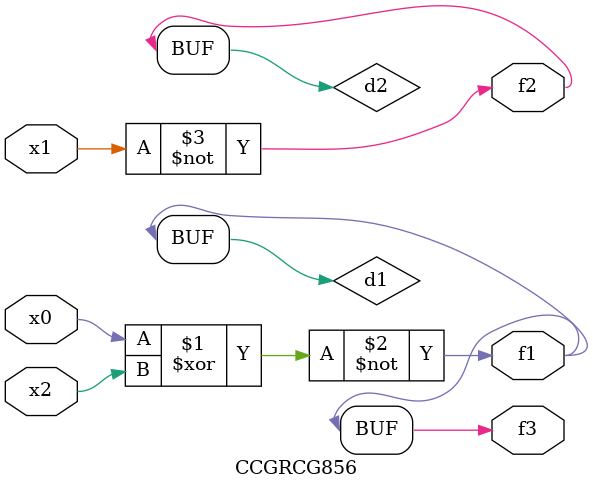
<source format=v>
module CCGRCG856(
	input x0, x1, x2,
	output f1, f2, f3
);

	wire d1, d2, d3;

	xnor (d1, x0, x2);
	nand (d2, x1);
	nor (d3, x1, x2);
	assign f1 = d1;
	assign f2 = d2;
	assign f3 = d1;
endmodule

</source>
